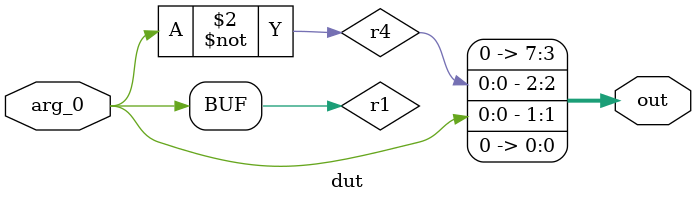
<source format=v>
module testbench();
    wire [7:0] out;
    reg [0:0] arg_0;
    dut t (.out(out),.arg_0(arg_0));
    initial begin
        arg_0 = 1'b0;
        #0;
        if (8'b00000100 !== out) begin
            $display("ASSERTION FAILED 0x%0h !== 0x%0h CASE 0", 8'b00000100, out);
            $finish;
        end
        arg_0 = 1'b1;
        #0;
        if (8'b00000010 !== out) begin
            $display("ASSERTION FAILED 0x%0h !== 0x%0h CASE 1", 8'b00000010, out);
            $finish;
        end
        $display("TESTBENCH OK", );
        $finish;
    end
endmodule
//
module dut(input wire [0:0] arg_0, output reg [7:0] out);
    reg [0:0] r1;
    reg [0:0] r4;
    always @(*) begin
        r1 = arg_0[0];
        // let c: b6 = bits(0);
        //
        // let _d = c;
        //
        // let c = bits(0);
        //
        // if a.val().any() {
        //    c = bits(2);
        // }
        //  else {
        //    c = bits(4);
        // }
        //
        //
        // c = bits(2);
        //
        // c = bits(4);
        //
        // let _y = c;
        //
        // signal(c)
        //
        r4 = ~(r1);
        out = { 1'b0, 1'b0, 1'b0, 1'b0, 1'b0, r4, r1, 1'b0 };
    end
endmodule

</source>
